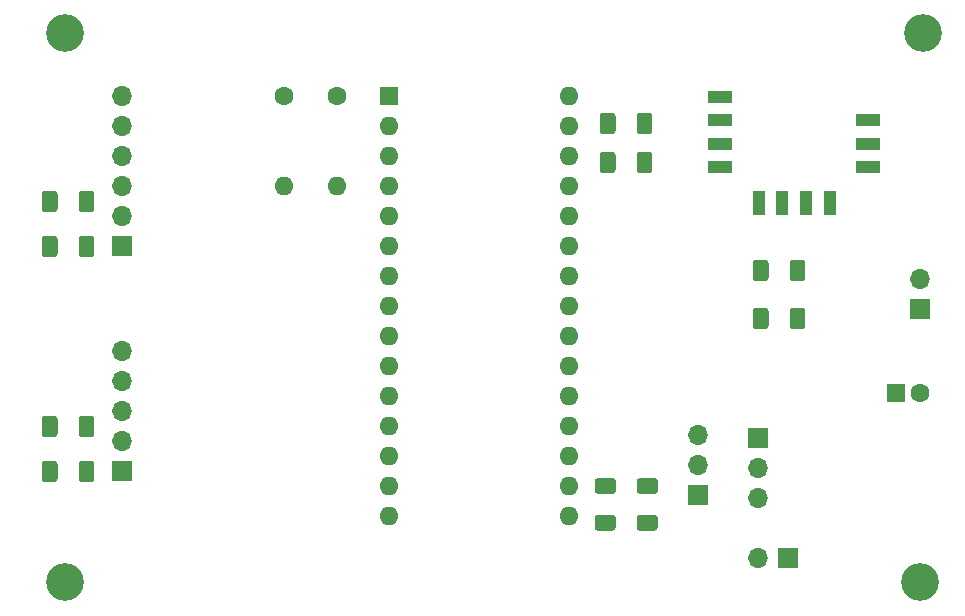
<source format=gts>
G04 #@! TF.GenerationSoftware,KiCad,Pcbnew,(5.1.10)-1*
G04 #@! TF.CreationDate,2021-11-19T16:29:16+01:00*
G04 #@! TF.ProjectId,WeatherStation,57656174-6865-4725-9374-6174696f6e2e,rev?*
G04 #@! TF.SameCoordinates,Original*
G04 #@! TF.FileFunction,Soldermask,Top*
G04 #@! TF.FilePolarity,Negative*
%FSLAX46Y46*%
G04 Gerber Fmt 4.6, Leading zero omitted, Abs format (unit mm)*
G04 Created by KiCad (PCBNEW (5.1.10)-1) date 2021-11-19 16:29:16*
%MOMM*%
%LPD*%
G01*
G04 APERTURE LIST*
%ADD10C,3.200000*%
%ADD11O,1.700000X1.700000*%
%ADD12R,1.700000X1.700000*%
%ADD13R,2.000000X1.000000*%
%ADD14R,1.000000X2.000000*%
%ADD15O,1.600000X1.600000*%
%ADD16C,1.600000*%
%ADD17R,1.600000X1.600000*%
G04 APERTURE END LIST*
D10*
X114808000Y-98298000D03*
X42418000Y-51816000D03*
X115062000Y-51816000D03*
X42418000Y-98298000D03*
G36*
G01*
X91043999Y-92594000D02*
X92344001Y-92594000D01*
G75*
G02*
X92594000Y-92843999I0J-249999D01*
G01*
X92594000Y-93669001D01*
G75*
G02*
X92344001Y-93919000I-249999J0D01*
G01*
X91043999Y-93919000D01*
G75*
G02*
X90794000Y-93669001I0J249999D01*
G01*
X90794000Y-92843999D01*
G75*
G02*
X91043999Y-92594000I249999J0D01*
G01*
G37*
G36*
G01*
X91043999Y-89469000D02*
X92344001Y-89469000D01*
G75*
G02*
X92594000Y-89718999I0J-249999D01*
G01*
X92594000Y-90544001D01*
G75*
G02*
X92344001Y-90794000I-249999J0D01*
G01*
X91043999Y-90794000D01*
G75*
G02*
X90794000Y-90544001I0J249999D01*
G01*
X90794000Y-89718999D01*
G75*
G02*
X91043999Y-89469000I249999J0D01*
G01*
G37*
G36*
G01*
X90816000Y-63388001D02*
X90816000Y-62087999D01*
G75*
G02*
X91065999Y-61838000I249999J0D01*
G01*
X91891001Y-61838000D01*
G75*
G02*
X92141000Y-62087999I0J-249999D01*
G01*
X92141000Y-63388001D01*
G75*
G02*
X91891001Y-63638000I-249999J0D01*
G01*
X91065999Y-63638000D01*
G75*
G02*
X90816000Y-63388001I0J249999D01*
G01*
G37*
G36*
G01*
X87691000Y-63388001D02*
X87691000Y-62087999D01*
G75*
G02*
X87940999Y-61838000I249999J0D01*
G01*
X88766001Y-61838000D01*
G75*
G02*
X89016000Y-62087999I0J-249999D01*
G01*
X89016000Y-63388001D01*
G75*
G02*
X88766001Y-63638000I-249999J0D01*
G01*
X87940999Y-63638000D01*
G75*
G02*
X87691000Y-63388001I0J249999D01*
G01*
G37*
G36*
G01*
X87487999Y-92594000D02*
X88788001Y-92594000D01*
G75*
G02*
X89038000Y-92843999I0J-249999D01*
G01*
X89038000Y-93669001D01*
G75*
G02*
X88788001Y-93919000I-249999J0D01*
G01*
X87487999Y-93919000D01*
G75*
G02*
X87238000Y-93669001I0J249999D01*
G01*
X87238000Y-92843999D01*
G75*
G02*
X87487999Y-92594000I249999J0D01*
G01*
G37*
G36*
G01*
X87487999Y-89469000D02*
X88788001Y-89469000D01*
G75*
G02*
X89038000Y-89718999I0J-249999D01*
G01*
X89038000Y-90544001D01*
G75*
G02*
X88788001Y-90794000I-249999J0D01*
G01*
X87487999Y-90794000D01*
G75*
G02*
X87238000Y-90544001I0J249999D01*
G01*
X87238000Y-89718999D01*
G75*
G02*
X87487999Y-89469000I249999J0D01*
G01*
G37*
G36*
G01*
X90816000Y-60086001D02*
X90816000Y-58785999D01*
G75*
G02*
X91065999Y-58536000I249999J0D01*
G01*
X91891001Y-58536000D01*
G75*
G02*
X92141000Y-58785999I0J-249999D01*
G01*
X92141000Y-60086001D01*
G75*
G02*
X91891001Y-60336000I-249999J0D01*
G01*
X91065999Y-60336000D01*
G75*
G02*
X90816000Y-60086001I0J249999D01*
G01*
G37*
G36*
G01*
X87691000Y-60086001D02*
X87691000Y-58785999D01*
G75*
G02*
X87940999Y-58536000I249999J0D01*
G01*
X88766001Y-58536000D01*
G75*
G02*
X89016000Y-58785999I0J-249999D01*
G01*
X89016000Y-60086001D01*
G75*
G02*
X88766001Y-60336000I-249999J0D01*
G01*
X87940999Y-60336000D01*
G75*
G02*
X87691000Y-60086001I0J249999D01*
G01*
G37*
G36*
G01*
X103770000Y-76596001D02*
X103770000Y-75295999D01*
G75*
G02*
X104019999Y-75046000I249999J0D01*
G01*
X104845001Y-75046000D01*
G75*
G02*
X105095000Y-75295999I0J-249999D01*
G01*
X105095000Y-76596001D01*
G75*
G02*
X104845001Y-76846000I-249999J0D01*
G01*
X104019999Y-76846000D01*
G75*
G02*
X103770000Y-76596001I0J249999D01*
G01*
G37*
G36*
G01*
X100645000Y-76596001D02*
X100645000Y-75295999D01*
G75*
G02*
X100894999Y-75046000I249999J0D01*
G01*
X101720001Y-75046000D01*
G75*
G02*
X101970000Y-75295999I0J-249999D01*
G01*
X101970000Y-76596001D01*
G75*
G02*
X101720001Y-76846000I-249999J0D01*
G01*
X100894999Y-76846000D01*
G75*
G02*
X100645000Y-76596001I0J249999D01*
G01*
G37*
G36*
G01*
X103770000Y-72532001D02*
X103770000Y-71231999D01*
G75*
G02*
X104019999Y-70982000I249999J0D01*
G01*
X104845001Y-70982000D01*
G75*
G02*
X105095000Y-71231999I0J-249999D01*
G01*
X105095000Y-72532001D01*
G75*
G02*
X104845001Y-72782000I-249999J0D01*
G01*
X104019999Y-72782000D01*
G75*
G02*
X103770000Y-72532001I0J249999D01*
G01*
G37*
G36*
G01*
X100645000Y-72532001D02*
X100645000Y-71231999D01*
G75*
G02*
X100894999Y-70982000I249999J0D01*
G01*
X101720001Y-70982000D01*
G75*
G02*
X101970000Y-71231999I0J-249999D01*
G01*
X101970000Y-72532001D01*
G75*
G02*
X101720001Y-72782000I-249999J0D01*
G01*
X100894999Y-72782000D01*
G75*
G02*
X100645000Y-72532001I0J249999D01*
G01*
G37*
G36*
G01*
X41772000Y-84439999D02*
X41772000Y-85740001D01*
G75*
G02*
X41522001Y-85990000I-249999J0D01*
G01*
X40696999Y-85990000D01*
G75*
G02*
X40447000Y-85740001I0J249999D01*
G01*
X40447000Y-84439999D01*
G75*
G02*
X40696999Y-84190000I249999J0D01*
G01*
X41522001Y-84190000D01*
G75*
G02*
X41772000Y-84439999I0J-249999D01*
G01*
G37*
G36*
G01*
X44897000Y-84439999D02*
X44897000Y-85740001D01*
G75*
G02*
X44647001Y-85990000I-249999J0D01*
G01*
X43821999Y-85990000D01*
G75*
G02*
X43572000Y-85740001I0J249999D01*
G01*
X43572000Y-84439999D01*
G75*
G02*
X43821999Y-84190000I249999J0D01*
G01*
X44647001Y-84190000D01*
G75*
G02*
X44897000Y-84439999I0J-249999D01*
G01*
G37*
G36*
G01*
X41772000Y-88249999D02*
X41772000Y-89550001D01*
G75*
G02*
X41522001Y-89800000I-249999J0D01*
G01*
X40696999Y-89800000D01*
G75*
G02*
X40447000Y-89550001I0J249999D01*
G01*
X40447000Y-88249999D01*
G75*
G02*
X40696999Y-88000000I249999J0D01*
G01*
X41522001Y-88000000D01*
G75*
G02*
X41772000Y-88249999I0J-249999D01*
G01*
G37*
G36*
G01*
X44897000Y-88249999D02*
X44897000Y-89550001D01*
G75*
G02*
X44647001Y-89800000I-249999J0D01*
G01*
X43821999Y-89800000D01*
G75*
G02*
X43572000Y-89550001I0J249999D01*
G01*
X43572000Y-88249999D01*
G75*
G02*
X43821999Y-88000000I249999J0D01*
G01*
X44647001Y-88000000D01*
G75*
G02*
X44897000Y-88249999I0J-249999D01*
G01*
G37*
G36*
G01*
X41772000Y-65389999D02*
X41772000Y-66690001D01*
G75*
G02*
X41522001Y-66940000I-249999J0D01*
G01*
X40696999Y-66940000D01*
G75*
G02*
X40447000Y-66690001I0J249999D01*
G01*
X40447000Y-65389999D01*
G75*
G02*
X40696999Y-65140000I249999J0D01*
G01*
X41522001Y-65140000D01*
G75*
G02*
X41772000Y-65389999I0J-249999D01*
G01*
G37*
G36*
G01*
X44897000Y-65389999D02*
X44897000Y-66690001D01*
G75*
G02*
X44647001Y-66940000I-249999J0D01*
G01*
X43821999Y-66940000D01*
G75*
G02*
X43572000Y-66690001I0J249999D01*
G01*
X43572000Y-65389999D01*
G75*
G02*
X43821999Y-65140000I249999J0D01*
G01*
X44647001Y-65140000D01*
G75*
G02*
X44897000Y-65389999I0J-249999D01*
G01*
G37*
G36*
G01*
X41772000Y-69199999D02*
X41772000Y-70500001D01*
G75*
G02*
X41522001Y-70750000I-249999J0D01*
G01*
X40696999Y-70750000D01*
G75*
G02*
X40447000Y-70500001I0J249999D01*
G01*
X40447000Y-69199999D01*
G75*
G02*
X40696999Y-68950000I249999J0D01*
G01*
X41522001Y-68950000D01*
G75*
G02*
X41772000Y-69199999I0J-249999D01*
G01*
G37*
G36*
G01*
X44897000Y-69199999D02*
X44897000Y-70500001D01*
G75*
G02*
X44647001Y-70750000I-249999J0D01*
G01*
X43821999Y-70750000D01*
G75*
G02*
X43572000Y-70500001I0J249999D01*
G01*
X43572000Y-69199999D01*
G75*
G02*
X43821999Y-68950000I249999J0D01*
G01*
X44647001Y-68950000D01*
G75*
G02*
X44897000Y-69199999I0J-249999D01*
G01*
G37*
D11*
X114808000Y-72644000D03*
D12*
X114808000Y-75184000D03*
D11*
X96012000Y-85852000D03*
X96012000Y-88392000D03*
D12*
X96012000Y-90932000D03*
D11*
X101092000Y-96266000D03*
D12*
X103632000Y-96266000D03*
D13*
X110390000Y-63158000D03*
X110390000Y-61158000D03*
X110390000Y-59158000D03*
D14*
X107140000Y-66158000D03*
X105140000Y-66158000D03*
X103140000Y-66158000D03*
X101140000Y-66158000D03*
D13*
X97890000Y-57158000D03*
X97890000Y-63158000D03*
X97890000Y-61158000D03*
X97890000Y-59158000D03*
D15*
X65405000Y-64770000D03*
D16*
X65405000Y-57150000D03*
D15*
X60960000Y-64770000D03*
D16*
X60960000Y-57150000D03*
D11*
X47244000Y-57150000D03*
X47244000Y-59690000D03*
X47244000Y-62230000D03*
X47244000Y-64770000D03*
X47244000Y-67310000D03*
D12*
X47244000Y-69850000D03*
D11*
X47244000Y-78740000D03*
X47244000Y-81280000D03*
X47244000Y-83820000D03*
X47244000Y-86360000D03*
D12*
X47244000Y-88900000D03*
D15*
X85090000Y-92710000D03*
X69850000Y-92710000D03*
X85090000Y-57150000D03*
X69850000Y-90170000D03*
X85090000Y-59690000D03*
X69850000Y-87630000D03*
X85090000Y-62230000D03*
X69850000Y-85090000D03*
X85090000Y-64770000D03*
X69850000Y-82550000D03*
X85090000Y-67310000D03*
X69850000Y-80010000D03*
X85090000Y-69850000D03*
X69850000Y-77470000D03*
X85090000Y-72390000D03*
X69850000Y-74930000D03*
X85090000Y-74930000D03*
X69850000Y-72390000D03*
X85090000Y-77470000D03*
X69850000Y-69850000D03*
X85090000Y-80010000D03*
X69850000Y-67310000D03*
X85090000Y-82550000D03*
X69850000Y-64770000D03*
X85090000Y-85090000D03*
X69850000Y-62230000D03*
X85090000Y-87630000D03*
X69850000Y-59690000D03*
X85090000Y-90170000D03*
D17*
X69850000Y-57150000D03*
D11*
X101092000Y-91186000D03*
X101092000Y-88646000D03*
D12*
X101092000Y-86106000D03*
D16*
X114776000Y-82296000D03*
D17*
X112776000Y-82296000D03*
M02*

</source>
